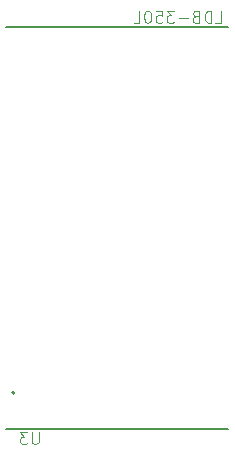
<source format=gbr>
G04 #@! TF.GenerationSoftware,KiCad,Pcbnew,5.1.4-e60b266~84~ubuntu18.04.1*
G04 #@! TF.CreationDate,2019-10-08T20:02:31-04:00*
G04 #@! TF.ProjectId,TSAL-driver,5453414c-2d64-4726-9976-65722e6b6963,rev?*
G04 #@! TF.SameCoordinates,Original*
G04 #@! TF.FileFunction,Legend,Bot*
G04 #@! TF.FilePolarity,Positive*
%FSLAX46Y46*%
G04 Gerber Fmt 4.6, Leading zero omitted, Abs format (unit mm)*
G04 Created by KiCad (PCBNEW 5.1.4-e60b266~84~ubuntu18.04.1) date 2019-10-08 20:02:31*
%MOMM*%
%LPD*%
G04 APERTURE LIST*
%ADD10C,0.127000*%
%ADD11C,0.200000*%
%ADD12C,0.050000*%
G04 APERTURE END LIST*
D10*
X124523501Y-68855001D02*
X143323501Y-68855001D01*
X124523501Y-102895001D02*
X143323501Y-102895001D01*
D11*
X125201001Y-99845001D02*
G75*
G03X125201001Y-99845001I-100000J0D01*
G01*
D12*
X127250405Y-103159381D02*
X127250405Y-103968905D01*
X127202786Y-104064143D01*
X127155167Y-104111762D01*
X127059929Y-104159381D01*
X126869453Y-104159381D01*
X126774215Y-104111762D01*
X126726596Y-104064143D01*
X126678977Y-103968905D01*
X126678977Y-103159381D01*
X126298024Y-103159381D02*
X125678977Y-103159381D01*
X126012310Y-103540334D01*
X125869453Y-103540334D01*
X125774215Y-103587953D01*
X125726596Y-103635572D01*
X125678977Y-103730810D01*
X125678977Y-103968905D01*
X125726596Y-104064143D01*
X125774215Y-104111762D01*
X125869453Y-104159381D01*
X126155167Y-104159381D01*
X126250405Y-104111762D01*
X126298024Y-104064143D01*
X142207857Y-68495381D02*
X142684047Y-68495381D01*
X142684047Y-67495381D01*
X141874523Y-68495381D02*
X141874523Y-67495381D01*
X141636428Y-67495381D01*
X141493571Y-67543001D01*
X141398333Y-67638239D01*
X141350714Y-67733477D01*
X141303095Y-67923953D01*
X141303095Y-68066810D01*
X141350714Y-68257286D01*
X141398333Y-68352524D01*
X141493571Y-68447762D01*
X141636428Y-68495381D01*
X141874523Y-68495381D01*
X140541190Y-67971572D02*
X140398333Y-68019191D01*
X140350714Y-68066810D01*
X140303095Y-68162048D01*
X140303095Y-68304905D01*
X140350714Y-68400143D01*
X140398333Y-68447762D01*
X140493571Y-68495381D01*
X140874523Y-68495381D01*
X140874523Y-67495381D01*
X140541190Y-67495381D01*
X140445952Y-67543001D01*
X140398333Y-67590620D01*
X140350714Y-67685858D01*
X140350714Y-67781096D01*
X140398333Y-67876334D01*
X140445952Y-67923953D01*
X140541190Y-67971572D01*
X140874523Y-67971572D01*
X139874523Y-68114429D02*
X139112619Y-68114429D01*
X138731666Y-67495381D02*
X138112619Y-67495381D01*
X138445952Y-67876334D01*
X138303095Y-67876334D01*
X138207857Y-67923953D01*
X138160238Y-67971572D01*
X138112619Y-68066810D01*
X138112619Y-68304905D01*
X138160238Y-68400143D01*
X138207857Y-68447762D01*
X138303095Y-68495381D01*
X138588809Y-68495381D01*
X138684047Y-68447762D01*
X138731666Y-68400143D01*
X137207857Y-67495381D02*
X137684047Y-67495381D01*
X137731666Y-67971572D01*
X137684047Y-67923953D01*
X137588809Y-67876334D01*
X137350714Y-67876334D01*
X137255476Y-67923953D01*
X137207857Y-67971572D01*
X137160238Y-68066810D01*
X137160238Y-68304905D01*
X137207857Y-68400143D01*
X137255476Y-68447762D01*
X137350714Y-68495381D01*
X137588809Y-68495381D01*
X137684047Y-68447762D01*
X137731666Y-68400143D01*
X136541190Y-67495381D02*
X136445952Y-67495381D01*
X136350714Y-67543001D01*
X136303095Y-67590620D01*
X136255476Y-67685858D01*
X136207857Y-67876334D01*
X136207857Y-68114429D01*
X136255476Y-68304905D01*
X136303095Y-68400143D01*
X136350714Y-68447762D01*
X136445952Y-68495381D01*
X136541190Y-68495381D01*
X136636428Y-68447762D01*
X136684047Y-68400143D01*
X136731666Y-68304905D01*
X136779285Y-68114429D01*
X136779285Y-67876334D01*
X136731666Y-67685858D01*
X136684047Y-67590620D01*
X136636428Y-67543001D01*
X136541190Y-67495381D01*
X135303095Y-68495381D02*
X135779285Y-68495381D01*
X135779285Y-67495381D01*
M02*

</source>
